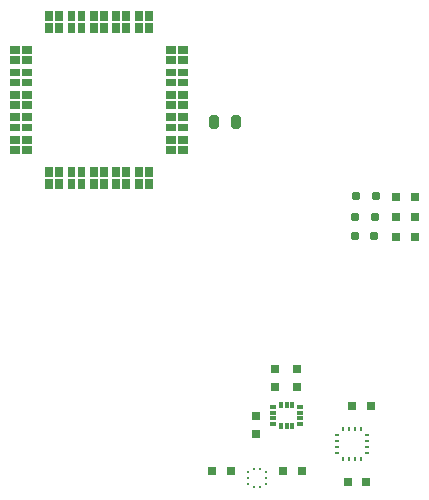
<source format=gbr>
%TF.GenerationSoftware,KiCad,Pcbnew,7.0.5*%
%TF.CreationDate,2023-12-18T11:55:02-06:00*%
%TF.ProjectId,peakick,7065616b-6963-46b2-9e6b-696361645f70,rev?*%
%TF.SameCoordinates,Original*%
%TF.FileFunction,Paste,Top*%
%TF.FilePolarity,Positive*%
%FSLAX46Y46*%
G04 Gerber Fmt 4.6, Leading zero omitted, Abs format (unit mm)*
G04 Created by KiCad (PCBNEW 7.0.5) date 2023-12-18 11:55:02*
%MOMM*%
%LPD*%
G01*
G04 APERTURE LIST*
G04 Aperture macros list*
%AMRoundRect*
0 Rectangle with rounded corners*
0 $1 Rounding radius*
0 $2 $3 $4 $5 $6 $7 $8 $9 X,Y pos of 4 corners*
0 Add a 4 corners polygon primitive as box body*
4,1,4,$2,$3,$4,$5,$6,$7,$8,$9,$2,$3,0*
0 Add four circle primitives for the rounded corners*
1,1,$1+$1,$2,$3*
1,1,$1+$1,$4,$5*
1,1,$1+$1,$6,$7*
1,1,$1+$1,$8,$9*
0 Add four rect primitives between the rounded corners*
20,1,$1+$1,$2,$3,$4,$5,0*
20,1,$1+$1,$4,$5,$6,$7,0*
20,1,$1+$1,$6,$7,$8,$9,0*
20,1,$1+$1,$8,$9,$2,$3,0*%
G04 Aperture macros list end*
%ADD10C,0.010000*%
%ADD11RoundRect,0.135000X-0.225000X-0.245000X0.225000X-0.245000X0.225000X0.245000X-0.225000X0.245000X0*%
%ADD12RoundRect,0.120000X-0.200000X-0.260000X0.200000X-0.260000X0.200000X0.260000X-0.200000X0.260000X0*%
%ADD13RoundRect,0.150000X-0.250000X-0.430000X0.250000X-0.430000X0.250000X0.430000X-0.250000X0.430000X0*%
%ADD14RoundRect,0.025830X0.237670X0.117670X-0.237670X0.117670X-0.237670X-0.117670X0.237670X-0.117670X0*%
%ADD15RoundRect,0.025830X-0.117670X0.237670X-0.117670X-0.237670X0.117670X-0.237670X0.117670X0.237670X0*%
%ADD16RoundRect,0.135000X0.245000X-0.225000X0.245000X0.225000X-0.245000X0.225000X-0.245000X-0.225000X0*%
%ADD17RoundRect,0.131250X0.218750X0.248750X-0.218750X0.248750X-0.218750X-0.248750X0.218750X-0.248750X0*%
%ADD18R,0.203200X0.223520*%
%ADD19R,0.223520X0.203200*%
%ADD20R,0.243840X0.365760*%
%ADD21R,0.365760X0.243840*%
G04 APERTURE END LIST*
%TO.C,U2*%
D10*
X160845000Y-69610000D02*
X160265000Y-69610000D01*
X160265000Y-68890000D01*
X160845000Y-68890000D01*
X160845000Y-69610000D01*
G36*
X160845000Y-69610000D02*
G01*
X160265000Y-69610000D01*
X160265000Y-68890000D01*
X160845000Y-68890000D01*
X160845000Y-69610000D01*
G37*
X159995000Y-69610000D02*
X159415000Y-69610000D01*
X159415000Y-68890000D01*
X159995000Y-68890000D01*
X159995000Y-69610000D01*
G36*
X159995000Y-69610000D02*
G01*
X159415000Y-69610000D01*
X159415000Y-68890000D01*
X159995000Y-68890000D01*
X159995000Y-69610000D01*
G37*
X158945000Y-69610000D02*
X158365000Y-69610000D01*
X158365000Y-68890000D01*
X158945000Y-68890000D01*
X158945000Y-69610000D01*
G36*
X158945000Y-69610000D02*
G01*
X158365000Y-69610000D01*
X158365000Y-68890000D01*
X158945000Y-68890000D01*
X158945000Y-69610000D01*
G37*
X158095000Y-69610000D02*
X157515000Y-69610000D01*
X157515000Y-68890000D01*
X158095000Y-68890000D01*
X158095000Y-69610000D01*
G36*
X158095000Y-69610000D02*
G01*
X157515000Y-69610000D01*
X157515000Y-68890000D01*
X158095000Y-68890000D01*
X158095000Y-69610000D01*
G37*
X157045000Y-69610000D02*
X156465000Y-69610000D01*
X156465000Y-68890000D01*
X157045000Y-68890000D01*
X157045000Y-69610000D01*
G36*
X157045000Y-69610000D02*
G01*
X156465000Y-69610000D01*
X156465000Y-68890000D01*
X157045000Y-68890000D01*
X157045000Y-69610000D01*
G37*
X156195000Y-69610000D02*
X155615000Y-69610000D01*
X155615000Y-68890000D01*
X156195000Y-68890000D01*
X156195000Y-69610000D01*
G36*
X156195000Y-69610000D02*
G01*
X155615000Y-69610000D01*
X155615000Y-68890000D01*
X156195000Y-68890000D01*
X156195000Y-69610000D01*
G37*
X155145000Y-69610000D02*
X154565000Y-69610000D01*
X154565000Y-68890000D01*
X155145000Y-68890000D01*
X155145000Y-69610000D01*
G36*
X155145000Y-69610000D02*
G01*
X154565000Y-69610000D01*
X154565000Y-68890000D01*
X155145000Y-68890000D01*
X155145000Y-69610000D01*
G37*
X154295000Y-69610000D02*
X153715000Y-69610000D01*
X153715000Y-68890000D01*
X154295000Y-68890000D01*
X154295000Y-69610000D01*
G36*
X154295000Y-69610000D02*
G01*
X153715000Y-69610000D01*
X153715000Y-68890000D01*
X154295000Y-68890000D01*
X154295000Y-69610000D01*
G37*
X153245000Y-69610000D02*
X152665000Y-69610000D01*
X152665000Y-68890000D01*
X153245000Y-68890000D01*
X153245000Y-69610000D01*
G36*
X153245000Y-69610000D02*
G01*
X152665000Y-69610000D01*
X152665000Y-68890000D01*
X153245000Y-68890000D01*
X153245000Y-69610000D01*
G37*
X152395000Y-69610000D02*
X151815000Y-69610000D01*
X151815000Y-68890000D01*
X152395000Y-68890000D01*
X152395000Y-69610000D01*
G36*
X152395000Y-69610000D02*
G01*
X151815000Y-69610000D01*
X151815000Y-68890000D01*
X152395000Y-68890000D01*
X152395000Y-69610000D01*
G37*
X160845000Y-70610000D02*
X160265000Y-70610000D01*
X160265000Y-69890000D01*
X160845000Y-69890000D01*
X160845000Y-70610000D01*
G36*
X160845000Y-70610000D02*
G01*
X160265000Y-70610000D01*
X160265000Y-69890000D01*
X160845000Y-69890000D01*
X160845000Y-70610000D01*
G37*
X159995000Y-70610000D02*
X159415000Y-70610000D01*
X159415000Y-69890000D01*
X159995000Y-69890000D01*
X159995000Y-70610000D01*
G36*
X159995000Y-70610000D02*
G01*
X159415000Y-70610000D01*
X159415000Y-69890000D01*
X159995000Y-69890000D01*
X159995000Y-70610000D01*
G37*
X158945000Y-70610000D02*
X158365000Y-70610000D01*
X158365000Y-69890000D01*
X158945000Y-69890000D01*
X158945000Y-70610000D01*
G36*
X158945000Y-70610000D02*
G01*
X158365000Y-70610000D01*
X158365000Y-69890000D01*
X158945000Y-69890000D01*
X158945000Y-70610000D01*
G37*
X158095000Y-70610000D02*
X157515000Y-70610000D01*
X157515000Y-69890000D01*
X158095000Y-69890000D01*
X158095000Y-70610000D01*
G36*
X158095000Y-70610000D02*
G01*
X157515000Y-70610000D01*
X157515000Y-69890000D01*
X158095000Y-69890000D01*
X158095000Y-70610000D01*
G37*
X157045000Y-70610000D02*
X156465000Y-70610000D01*
X156465000Y-69890000D01*
X157045000Y-69890000D01*
X157045000Y-70610000D01*
G36*
X157045000Y-70610000D02*
G01*
X156465000Y-70610000D01*
X156465000Y-69890000D01*
X157045000Y-69890000D01*
X157045000Y-70610000D01*
G37*
X156195000Y-70610000D02*
X155615000Y-70610000D01*
X155615000Y-69890000D01*
X156195000Y-69890000D01*
X156195000Y-70610000D01*
G36*
X156195000Y-70610000D02*
G01*
X155615000Y-70610000D01*
X155615000Y-69890000D01*
X156195000Y-69890000D01*
X156195000Y-70610000D01*
G37*
X155145000Y-70610000D02*
X154565000Y-70610000D01*
X154565000Y-69890000D01*
X155145000Y-69890000D01*
X155145000Y-70610000D01*
G36*
X155145000Y-70610000D02*
G01*
X154565000Y-70610000D01*
X154565000Y-69890000D01*
X155145000Y-69890000D01*
X155145000Y-70610000D01*
G37*
X154295000Y-70610000D02*
X153715000Y-70610000D01*
X153715000Y-69890000D01*
X154295000Y-69890000D01*
X154295000Y-70610000D01*
G36*
X154295000Y-70610000D02*
G01*
X153715000Y-70610000D01*
X153715000Y-69890000D01*
X154295000Y-69890000D01*
X154295000Y-70610000D01*
G37*
X153245000Y-70610000D02*
X152665000Y-70610000D01*
X152665000Y-69890000D01*
X153245000Y-69890000D01*
X153245000Y-70610000D01*
G36*
X153245000Y-70610000D02*
G01*
X152665000Y-70610000D01*
X152665000Y-69890000D01*
X153245000Y-69890000D01*
X153245000Y-70610000D01*
G37*
X152395000Y-70610000D02*
X151815000Y-70610000D01*
X151815000Y-69890000D01*
X152395000Y-69890000D01*
X152395000Y-70610000D01*
G36*
X152395000Y-70610000D02*
G01*
X151815000Y-70610000D01*
X151815000Y-69890000D01*
X152395000Y-69890000D01*
X152395000Y-70610000D01*
G37*
X163790000Y-72415000D02*
X163070000Y-72415000D01*
X163070000Y-71835000D01*
X163790000Y-71835000D01*
X163790000Y-72415000D01*
G36*
X163790000Y-72415000D02*
G01*
X163070000Y-72415000D01*
X163070000Y-71835000D01*
X163790000Y-71835000D01*
X163790000Y-72415000D01*
G37*
X162790000Y-72415000D02*
X162070000Y-72415000D01*
X162070000Y-71835000D01*
X162790000Y-71835000D01*
X162790000Y-72415000D01*
G36*
X162790000Y-72415000D02*
G01*
X162070000Y-72415000D01*
X162070000Y-71835000D01*
X162790000Y-71835000D01*
X162790000Y-72415000D01*
G37*
X150590000Y-72415000D02*
X149870000Y-72415000D01*
X149870000Y-71835000D01*
X150590000Y-71835000D01*
X150590000Y-72415000D01*
G36*
X150590000Y-72415000D02*
G01*
X149870000Y-72415000D01*
X149870000Y-71835000D01*
X150590000Y-71835000D01*
X150590000Y-72415000D01*
G37*
X149590000Y-72415000D02*
X148870000Y-72415000D01*
X148870000Y-71835000D01*
X149590000Y-71835000D01*
X149590000Y-72415000D01*
G36*
X149590000Y-72415000D02*
G01*
X148870000Y-72415000D01*
X148870000Y-71835000D01*
X149590000Y-71835000D01*
X149590000Y-72415000D01*
G37*
X163790000Y-73265000D02*
X163070000Y-73265000D01*
X163070000Y-72685000D01*
X163790000Y-72685000D01*
X163790000Y-73265000D01*
G36*
X163790000Y-73265000D02*
G01*
X163070000Y-73265000D01*
X163070000Y-72685000D01*
X163790000Y-72685000D01*
X163790000Y-73265000D01*
G37*
X162790000Y-73265000D02*
X162070000Y-73265000D01*
X162070000Y-72685000D01*
X162790000Y-72685000D01*
X162790000Y-73265000D01*
G36*
X162790000Y-73265000D02*
G01*
X162070000Y-73265000D01*
X162070000Y-72685000D01*
X162790000Y-72685000D01*
X162790000Y-73265000D01*
G37*
X150590000Y-73265000D02*
X149870000Y-73265000D01*
X149870000Y-72685000D01*
X150590000Y-72685000D01*
X150590000Y-73265000D01*
G36*
X150590000Y-73265000D02*
G01*
X149870000Y-73265000D01*
X149870000Y-72685000D01*
X150590000Y-72685000D01*
X150590000Y-73265000D01*
G37*
X149590000Y-73265000D02*
X148870000Y-73265000D01*
X148870000Y-72685000D01*
X149590000Y-72685000D01*
X149590000Y-73265000D01*
G36*
X149590000Y-73265000D02*
G01*
X148870000Y-73265000D01*
X148870000Y-72685000D01*
X149590000Y-72685000D01*
X149590000Y-73265000D01*
G37*
X163790000Y-74315000D02*
X163070000Y-74315000D01*
X163070000Y-73735000D01*
X163790000Y-73735000D01*
X163790000Y-74315000D01*
G36*
X163790000Y-74315000D02*
G01*
X163070000Y-74315000D01*
X163070000Y-73735000D01*
X163790000Y-73735000D01*
X163790000Y-74315000D01*
G37*
X162790000Y-74315000D02*
X162070000Y-74315000D01*
X162070000Y-73735000D01*
X162790000Y-73735000D01*
X162790000Y-74315000D01*
G36*
X162790000Y-74315000D02*
G01*
X162070000Y-74315000D01*
X162070000Y-73735000D01*
X162790000Y-73735000D01*
X162790000Y-74315000D01*
G37*
X150590000Y-74315000D02*
X149870000Y-74315000D01*
X149870000Y-73735000D01*
X150590000Y-73735000D01*
X150590000Y-74315000D01*
G36*
X150590000Y-74315000D02*
G01*
X149870000Y-74315000D01*
X149870000Y-73735000D01*
X150590000Y-73735000D01*
X150590000Y-74315000D01*
G37*
X149590000Y-74315000D02*
X148870000Y-74315000D01*
X148870000Y-73735000D01*
X149590000Y-73735000D01*
X149590000Y-74315000D01*
G36*
X149590000Y-74315000D02*
G01*
X148870000Y-74315000D01*
X148870000Y-73735000D01*
X149590000Y-73735000D01*
X149590000Y-74315000D01*
G37*
X163790000Y-75165000D02*
X163070000Y-75165000D01*
X163070000Y-74585000D01*
X163790000Y-74585000D01*
X163790000Y-75165000D01*
G36*
X163790000Y-75165000D02*
G01*
X163070000Y-75165000D01*
X163070000Y-74585000D01*
X163790000Y-74585000D01*
X163790000Y-75165000D01*
G37*
X162790000Y-75165000D02*
X162070000Y-75165000D01*
X162070000Y-74585000D01*
X162790000Y-74585000D01*
X162790000Y-75165000D01*
G36*
X162790000Y-75165000D02*
G01*
X162070000Y-75165000D01*
X162070000Y-74585000D01*
X162790000Y-74585000D01*
X162790000Y-75165000D01*
G37*
X150590000Y-75165000D02*
X149870000Y-75165000D01*
X149870000Y-74585000D01*
X150590000Y-74585000D01*
X150590000Y-75165000D01*
G36*
X150590000Y-75165000D02*
G01*
X149870000Y-75165000D01*
X149870000Y-74585000D01*
X150590000Y-74585000D01*
X150590000Y-75165000D01*
G37*
X149590000Y-75165000D02*
X148870000Y-75165000D01*
X148870000Y-74585000D01*
X149590000Y-74585000D01*
X149590000Y-75165000D01*
G36*
X149590000Y-75165000D02*
G01*
X148870000Y-75165000D01*
X148870000Y-74585000D01*
X149590000Y-74585000D01*
X149590000Y-75165000D01*
G37*
X163790000Y-76215000D02*
X163070000Y-76215000D01*
X163070000Y-75635000D01*
X163790000Y-75635000D01*
X163790000Y-76215000D01*
G36*
X163790000Y-76215000D02*
G01*
X163070000Y-76215000D01*
X163070000Y-75635000D01*
X163790000Y-75635000D01*
X163790000Y-76215000D01*
G37*
X162790000Y-76215000D02*
X162070000Y-76215000D01*
X162070000Y-75635000D01*
X162790000Y-75635000D01*
X162790000Y-76215000D01*
G36*
X162790000Y-76215000D02*
G01*
X162070000Y-76215000D01*
X162070000Y-75635000D01*
X162790000Y-75635000D01*
X162790000Y-76215000D01*
G37*
X150590000Y-76215000D02*
X149870000Y-76215000D01*
X149870000Y-75635000D01*
X150590000Y-75635000D01*
X150590000Y-76215000D01*
G36*
X150590000Y-76215000D02*
G01*
X149870000Y-76215000D01*
X149870000Y-75635000D01*
X150590000Y-75635000D01*
X150590000Y-76215000D01*
G37*
X149590000Y-76215000D02*
X148870000Y-76215000D01*
X148870000Y-75635000D01*
X149590000Y-75635000D01*
X149590000Y-76215000D01*
G36*
X149590000Y-76215000D02*
G01*
X148870000Y-76215000D01*
X148870000Y-75635000D01*
X149590000Y-75635000D01*
X149590000Y-76215000D01*
G37*
X163790000Y-77065000D02*
X163070000Y-77065000D01*
X163070000Y-76485000D01*
X163790000Y-76485000D01*
X163790000Y-77065000D01*
G36*
X163790000Y-77065000D02*
G01*
X163070000Y-77065000D01*
X163070000Y-76485000D01*
X163790000Y-76485000D01*
X163790000Y-77065000D01*
G37*
X162790000Y-77065000D02*
X162070000Y-77065000D01*
X162070000Y-76485000D01*
X162790000Y-76485000D01*
X162790000Y-77065000D01*
G36*
X162790000Y-77065000D02*
G01*
X162070000Y-77065000D01*
X162070000Y-76485000D01*
X162790000Y-76485000D01*
X162790000Y-77065000D01*
G37*
X150590000Y-77065000D02*
X149870000Y-77065000D01*
X149870000Y-76485000D01*
X150590000Y-76485000D01*
X150590000Y-77065000D01*
G36*
X150590000Y-77065000D02*
G01*
X149870000Y-77065000D01*
X149870000Y-76485000D01*
X150590000Y-76485000D01*
X150590000Y-77065000D01*
G37*
X149590000Y-77065000D02*
X148870000Y-77065000D01*
X148870000Y-76485000D01*
X149590000Y-76485000D01*
X149590000Y-77065000D01*
G36*
X149590000Y-77065000D02*
G01*
X148870000Y-77065000D01*
X148870000Y-76485000D01*
X149590000Y-76485000D01*
X149590000Y-77065000D01*
G37*
X163790000Y-78115000D02*
X163070000Y-78115000D01*
X163070000Y-77535000D01*
X163790000Y-77535000D01*
X163790000Y-78115000D01*
G36*
X163790000Y-78115000D02*
G01*
X163070000Y-78115000D01*
X163070000Y-77535000D01*
X163790000Y-77535000D01*
X163790000Y-78115000D01*
G37*
X162790000Y-78115000D02*
X162070000Y-78115000D01*
X162070000Y-77535000D01*
X162790000Y-77535000D01*
X162790000Y-78115000D01*
G36*
X162790000Y-78115000D02*
G01*
X162070000Y-78115000D01*
X162070000Y-77535000D01*
X162790000Y-77535000D01*
X162790000Y-78115000D01*
G37*
X150590000Y-78115000D02*
X149870000Y-78115000D01*
X149870000Y-77535000D01*
X150590000Y-77535000D01*
X150590000Y-78115000D01*
G36*
X150590000Y-78115000D02*
G01*
X149870000Y-78115000D01*
X149870000Y-77535000D01*
X150590000Y-77535000D01*
X150590000Y-78115000D01*
G37*
X149590000Y-78115000D02*
X148870000Y-78115000D01*
X148870000Y-77535000D01*
X149590000Y-77535000D01*
X149590000Y-78115000D01*
G36*
X149590000Y-78115000D02*
G01*
X148870000Y-78115000D01*
X148870000Y-77535000D01*
X149590000Y-77535000D01*
X149590000Y-78115000D01*
G37*
X163790000Y-78965000D02*
X163070000Y-78965000D01*
X163070000Y-78385000D01*
X163790000Y-78385000D01*
X163790000Y-78965000D01*
G36*
X163790000Y-78965000D02*
G01*
X163070000Y-78965000D01*
X163070000Y-78385000D01*
X163790000Y-78385000D01*
X163790000Y-78965000D01*
G37*
X162790000Y-78965000D02*
X162070000Y-78965000D01*
X162070000Y-78385000D01*
X162790000Y-78385000D01*
X162790000Y-78965000D01*
G36*
X162790000Y-78965000D02*
G01*
X162070000Y-78965000D01*
X162070000Y-78385000D01*
X162790000Y-78385000D01*
X162790000Y-78965000D01*
G37*
X150590000Y-78965000D02*
X149870000Y-78965000D01*
X149870000Y-78385000D01*
X150590000Y-78385000D01*
X150590000Y-78965000D01*
G36*
X150590000Y-78965000D02*
G01*
X149870000Y-78965000D01*
X149870000Y-78385000D01*
X150590000Y-78385000D01*
X150590000Y-78965000D01*
G37*
X149590000Y-78965000D02*
X148870000Y-78965000D01*
X148870000Y-78385000D01*
X149590000Y-78385000D01*
X149590000Y-78965000D01*
G36*
X149590000Y-78965000D02*
G01*
X148870000Y-78965000D01*
X148870000Y-78385000D01*
X149590000Y-78385000D01*
X149590000Y-78965000D01*
G37*
X163790000Y-80015000D02*
X163070000Y-80015000D01*
X163070000Y-79435000D01*
X163790000Y-79435000D01*
X163790000Y-80015000D01*
G36*
X163790000Y-80015000D02*
G01*
X163070000Y-80015000D01*
X163070000Y-79435000D01*
X163790000Y-79435000D01*
X163790000Y-80015000D01*
G37*
X162790000Y-80015000D02*
X162070000Y-80015000D01*
X162070000Y-79435000D01*
X162790000Y-79435000D01*
X162790000Y-80015000D01*
G36*
X162790000Y-80015000D02*
G01*
X162070000Y-80015000D01*
X162070000Y-79435000D01*
X162790000Y-79435000D01*
X162790000Y-80015000D01*
G37*
X150590000Y-80015000D02*
X149870000Y-80015000D01*
X149870000Y-79435000D01*
X150590000Y-79435000D01*
X150590000Y-80015000D01*
G36*
X150590000Y-80015000D02*
G01*
X149870000Y-80015000D01*
X149870000Y-79435000D01*
X150590000Y-79435000D01*
X150590000Y-80015000D01*
G37*
X149590000Y-80015000D02*
X148870000Y-80015000D01*
X148870000Y-79435000D01*
X149590000Y-79435000D01*
X149590000Y-80015000D01*
G36*
X149590000Y-80015000D02*
G01*
X148870000Y-80015000D01*
X148870000Y-79435000D01*
X149590000Y-79435000D01*
X149590000Y-80015000D01*
G37*
X163790000Y-80865000D02*
X163070000Y-80865000D01*
X163070000Y-80285000D01*
X163790000Y-80285000D01*
X163790000Y-80865000D01*
G36*
X163790000Y-80865000D02*
G01*
X163070000Y-80865000D01*
X163070000Y-80285000D01*
X163790000Y-80285000D01*
X163790000Y-80865000D01*
G37*
X162790000Y-80865000D02*
X162070000Y-80865000D01*
X162070000Y-80285000D01*
X162790000Y-80285000D01*
X162790000Y-80865000D01*
G36*
X162790000Y-80865000D02*
G01*
X162070000Y-80865000D01*
X162070000Y-80285000D01*
X162790000Y-80285000D01*
X162790000Y-80865000D01*
G37*
X150590000Y-80865000D02*
X149870000Y-80865000D01*
X149870000Y-80285000D01*
X150590000Y-80285000D01*
X150590000Y-80865000D01*
G36*
X150590000Y-80865000D02*
G01*
X149870000Y-80865000D01*
X149870000Y-80285000D01*
X150590000Y-80285000D01*
X150590000Y-80865000D01*
G37*
X149590000Y-80865000D02*
X148870000Y-80865000D01*
X148870000Y-80285000D01*
X149590000Y-80285000D01*
X149590000Y-80865000D01*
G36*
X149590000Y-80865000D02*
G01*
X148870000Y-80865000D01*
X148870000Y-80285000D01*
X149590000Y-80285000D01*
X149590000Y-80865000D01*
G37*
X160845000Y-82810000D02*
X160265000Y-82810000D01*
X160265000Y-82090000D01*
X160845000Y-82090000D01*
X160845000Y-82810000D01*
G36*
X160845000Y-82810000D02*
G01*
X160265000Y-82810000D01*
X160265000Y-82090000D01*
X160845000Y-82090000D01*
X160845000Y-82810000D01*
G37*
X159995000Y-82810000D02*
X159415000Y-82810000D01*
X159415000Y-82090000D01*
X159995000Y-82090000D01*
X159995000Y-82810000D01*
G36*
X159995000Y-82810000D02*
G01*
X159415000Y-82810000D01*
X159415000Y-82090000D01*
X159995000Y-82090000D01*
X159995000Y-82810000D01*
G37*
X158945000Y-82810000D02*
X158365000Y-82810000D01*
X158365000Y-82090000D01*
X158945000Y-82090000D01*
X158945000Y-82810000D01*
G36*
X158945000Y-82810000D02*
G01*
X158365000Y-82810000D01*
X158365000Y-82090000D01*
X158945000Y-82090000D01*
X158945000Y-82810000D01*
G37*
X158095000Y-82810000D02*
X157515000Y-82810000D01*
X157515000Y-82090000D01*
X158095000Y-82090000D01*
X158095000Y-82810000D01*
G36*
X158095000Y-82810000D02*
G01*
X157515000Y-82810000D01*
X157515000Y-82090000D01*
X158095000Y-82090000D01*
X158095000Y-82810000D01*
G37*
X157045000Y-82810000D02*
X156465000Y-82810000D01*
X156465000Y-82090000D01*
X157045000Y-82090000D01*
X157045000Y-82810000D01*
G36*
X157045000Y-82810000D02*
G01*
X156465000Y-82810000D01*
X156465000Y-82090000D01*
X157045000Y-82090000D01*
X157045000Y-82810000D01*
G37*
X156195000Y-82810000D02*
X155615000Y-82810000D01*
X155615000Y-82090000D01*
X156195000Y-82090000D01*
X156195000Y-82810000D01*
G36*
X156195000Y-82810000D02*
G01*
X155615000Y-82810000D01*
X155615000Y-82090000D01*
X156195000Y-82090000D01*
X156195000Y-82810000D01*
G37*
X155145000Y-82810000D02*
X154565000Y-82810000D01*
X154565000Y-82090000D01*
X155145000Y-82090000D01*
X155145000Y-82810000D01*
G36*
X155145000Y-82810000D02*
G01*
X154565000Y-82810000D01*
X154565000Y-82090000D01*
X155145000Y-82090000D01*
X155145000Y-82810000D01*
G37*
X154295000Y-82810000D02*
X153715000Y-82810000D01*
X153715000Y-82090000D01*
X154295000Y-82090000D01*
X154295000Y-82810000D01*
G36*
X154295000Y-82810000D02*
G01*
X153715000Y-82810000D01*
X153715000Y-82090000D01*
X154295000Y-82090000D01*
X154295000Y-82810000D01*
G37*
X153245000Y-82810000D02*
X152665000Y-82810000D01*
X152665000Y-82090000D01*
X153245000Y-82090000D01*
X153245000Y-82810000D01*
G36*
X153245000Y-82810000D02*
G01*
X152665000Y-82810000D01*
X152665000Y-82090000D01*
X153245000Y-82090000D01*
X153245000Y-82810000D01*
G37*
X152395000Y-82810000D02*
X151815000Y-82810000D01*
X151815000Y-82090000D01*
X152395000Y-82090000D01*
X152395000Y-82810000D01*
G36*
X152395000Y-82810000D02*
G01*
X151815000Y-82810000D01*
X151815000Y-82090000D01*
X152395000Y-82090000D01*
X152395000Y-82810000D01*
G37*
X160845000Y-83810000D02*
X160265000Y-83810000D01*
X160265000Y-83090000D01*
X160845000Y-83090000D01*
X160845000Y-83810000D01*
G36*
X160845000Y-83810000D02*
G01*
X160265000Y-83810000D01*
X160265000Y-83090000D01*
X160845000Y-83090000D01*
X160845000Y-83810000D01*
G37*
X159995000Y-83810000D02*
X159415000Y-83810000D01*
X159415000Y-83090000D01*
X159995000Y-83090000D01*
X159995000Y-83810000D01*
G36*
X159995000Y-83810000D02*
G01*
X159415000Y-83810000D01*
X159415000Y-83090000D01*
X159995000Y-83090000D01*
X159995000Y-83810000D01*
G37*
X158945000Y-83810000D02*
X158365000Y-83810000D01*
X158365000Y-83090000D01*
X158945000Y-83090000D01*
X158945000Y-83810000D01*
G36*
X158945000Y-83810000D02*
G01*
X158365000Y-83810000D01*
X158365000Y-83090000D01*
X158945000Y-83090000D01*
X158945000Y-83810000D01*
G37*
X158095000Y-83810000D02*
X157515000Y-83810000D01*
X157515000Y-83090000D01*
X158095000Y-83090000D01*
X158095000Y-83810000D01*
G36*
X158095000Y-83810000D02*
G01*
X157515000Y-83810000D01*
X157515000Y-83090000D01*
X158095000Y-83090000D01*
X158095000Y-83810000D01*
G37*
X157045000Y-83810000D02*
X156465000Y-83810000D01*
X156465000Y-83090000D01*
X157045000Y-83090000D01*
X157045000Y-83810000D01*
G36*
X157045000Y-83810000D02*
G01*
X156465000Y-83810000D01*
X156465000Y-83090000D01*
X157045000Y-83090000D01*
X157045000Y-83810000D01*
G37*
X156195000Y-83810000D02*
X155615000Y-83810000D01*
X155615000Y-83090000D01*
X156195000Y-83090000D01*
X156195000Y-83810000D01*
G36*
X156195000Y-83810000D02*
G01*
X155615000Y-83810000D01*
X155615000Y-83090000D01*
X156195000Y-83090000D01*
X156195000Y-83810000D01*
G37*
X155145000Y-83810000D02*
X154565000Y-83810000D01*
X154565000Y-83090000D01*
X155145000Y-83090000D01*
X155145000Y-83810000D01*
G36*
X155145000Y-83810000D02*
G01*
X154565000Y-83810000D01*
X154565000Y-83090000D01*
X155145000Y-83090000D01*
X155145000Y-83810000D01*
G37*
X154295000Y-83810000D02*
X153715000Y-83810000D01*
X153715000Y-83090000D01*
X154295000Y-83090000D01*
X154295000Y-83810000D01*
G36*
X154295000Y-83810000D02*
G01*
X153715000Y-83810000D01*
X153715000Y-83090000D01*
X154295000Y-83090000D01*
X154295000Y-83810000D01*
G37*
X153245000Y-83810000D02*
X152665000Y-83810000D01*
X152665000Y-83090000D01*
X153245000Y-83090000D01*
X153245000Y-83810000D01*
G36*
X153245000Y-83810000D02*
G01*
X152665000Y-83810000D01*
X152665000Y-83090000D01*
X153245000Y-83090000D01*
X153245000Y-83810000D01*
G37*
X152395000Y-83810000D02*
X151815000Y-83810000D01*
X151815000Y-83090000D01*
X152395000Y-83090000D01*
X152395000Y-83810000D01*
G36*
X152395000Y-83810000D02*
G01*
X151815000Y-83810000D01*
X151815000Y-83090000D01*
X152395000Y-83090000D01*
X152395000Y-83810000D01*
G37*
%TD*%
D11*
%TO.C,C7*%
X177834999Y-102315001D03*
X179384999Y-102315001D03*
%TD*%
D12*
%TO.C,R2*%
X178095000Y-86280000D03*
X179745000Y-86280000D03*
%TD*%
%TO.C,R1*%
X178045000Y-87940000D03*
X179695000Y-87940000D03*
%TD*%
D13*
%TO.C,C1*%
X166080000Y-78250000D03*
X167980000Y-78250000D03*
%TD*%
D14*
%TO.C,U3*%
X173425000Y-103855000D03*
X173425000Y-103355000D03*
X173425000Y-102855000D03*
X173425000Y-102355000D03*
D15*
X172760000Y-104025000D03*
X172760000Y-102195000D03*
X172260000Y-104025000D03*
X172260000Y-102195000D03*
X171760000Y-104025000D03*
X171760000Y-102195000D03*
D14*
X171100000Y-103855000D03*
X171100000Y-103355000D03*
X171100000Y-102855000D03*
X171100000Y-102355000D03*
%TD*%
D11*
%TO.C,C3*%
X171985000Y-107790000D03*
X173535000Y-107790000D03*
%TD*%
D16*
%TO.C,C6*%
X169660000Y-104680000D03*
X169660000Y-103130000D03*
%TD*%
D11*
%TO.C,C8*%
X177434999Y-108715001D03*
X178984999Y-108715001D03*
%TD*%
D16*
%TO.C,C5*%
X171260000Y-100680000D03*
X171260000Y-99130000D03*
%TD*%
D17*
%TO.C,L3*%
X183137500Y-84570000D03*
X181562500Y-84570000D03*
%TD*%
D18*
%TO.C,U1*%
X170010063Y-107640700D03*
X169509937Y-107640700D03*
D19*
X169010700Y-107889874D03*
X169010700Y-108390000D03*
X169010700Y-108890126D03*
D18*
X169509937Y-109139300D03*
X170010063Y-109139300D03*
D19*
X170509300Y-108890126D03*
X170509300Y-108390000D03*
X170509300Y-107889874D03*
%TD*%
D17*
%TO.C,L1*%
X183117500Y-87980000D03*
X181542500Y-87980000D03*
%TD*%
D12*
%TO.C,R3*%
X178155000Y-84550000D03*
X179805000Y-84550000D03*
%TD*%
D11*
%TO.C,C2*%
X165985000Y-107790000D03*
X167535000Y-107790000D03*
%TD*%
D17*
%TO.C,L2*%
X183137500Y-86270000D03*
X181562500Y-86270000D03*
%TD*%
D16*
%TO.C,C4*%
X173160000Y-100680000D03*
X173160000Y-99130000D03*
%TD*%
D20*
%TO.C,U4*%
X177059998Y-106790000D03*
X177559999Y-106790000D03*
X178059999Y-106790000D03*
X178560000Y-106790000D03*
D21*
X179084998Y-106265002D03*
X179084998Y-105765001D03*
X179084998Y-105265001D03*
X179084998Y-104765000D03*
D20*
X178560000Y-104240002D03*
X178059999Y-104240002D03*
X177559999Y-104240002D03*
X177059998Y-104240002D03*
D21*
X176535000Y-104765000D03*
X176535000Y-105265001D03*
X176535000Y-105765001D03*
X176535000Y-106265002D03*
%TD*%
M02*

</source>
